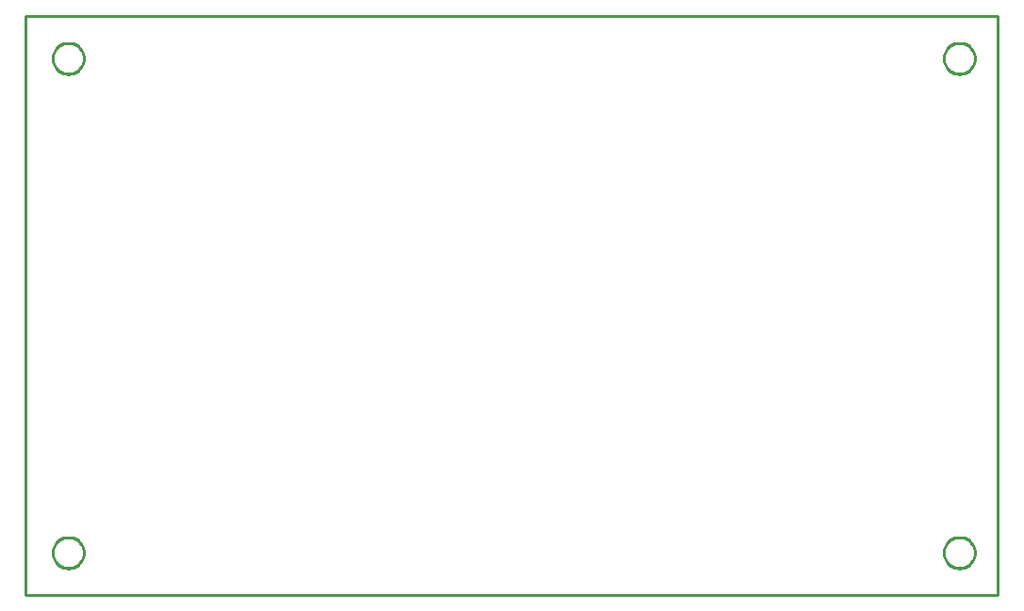
<source format=gbr>
G04 EAGLE Gerber RS-274X export*
G75*
%MOMM*%
%FSLAX34Y34*%
%LPD*%
%IN*%
%IPPOS*%
%AMOC8*
5,1,8,0,0,1.08239X$1,22.5*%
G01*
%ADD10C,0.254000*%


D10*
X139700Y279400D02*
X1012700Y279400D01*
X1012700Y800000D01*
X139700Y800000D01*
X139700Y279400D01*
X191800Y761500D02*
X191729Y760503D01*
X191586Y759513D01*
X191374Y758536D01*
X191092Y757576D01*
X190743Y756639D01*
X190327Y755729D01*
X189848Y754852D01*
X189307Y754010D01*
X188708Y753210D01*
X188053Y752454D01*
X187346Y751747D01*
X186590Y751092D01*
X185790Y750493D01*
X184948Y749952D01*
X184071Y749473D01*
X183161Y749057D01*
X182224Y748708D01*
X181265Y748426D01*
X180287Y748214D01*
X179298Y748071D01*
X178300Y748000D01*
X177300Y748000D01*
X176303Y748071D01*
X175313Y748214D01*
X174336Y748426D01*
X173376Y748708D01*
X172439Y749057D01*
X171529Y749473D01*
X170652Y749952D01*
X169810Y750493D01*
X169010Y751092D01*
X168254Y751747D01*
X167547Y752454D01*
X166892Y753210D01*
X166293Y754010D01*
X165752Y754852D01*
X165273Y755729D01*
X164857Y756639D01*
X164508Y757576D01*
X164226Y758536D01*
X164014Y759513D01*
X163871Y760503D01*
X163800Y761500D01*
X163800Y762500D01*
X163871Y763498D01*
X164014Y764487D01*
X164226Y765465D01*
X164508Y766424D01*
X164857Y767361D01*
X165273Y768271D01*
X165752Y769148D01*
X166293Y769990D01*
X166892Y770790D01*
X167547Y771546D01*
X168254Y772253D01*
X169010Y772908D01*
X169810Y773507D01*
X170652Y774048D01*
X171529Y774527D01*
X172439Y774943D01*
X173376Y775292D01*
X174336Y775574D01*
X175313Y775786D01*
X176303Y775929D01*
X177300Y776000D01*
X178300Y776000D01*
X179298Y775929D01*
X180287Y775786D01*
X181265Y775574D01*
X182224Y775292D01*
X183161Y774943D01*
X184071Y774527D01*
X184948Y774048D01*
X185790Y773507D01*
X186590Y772908D01*
X187346Y772253D01*
X188053Y771546D01*
X188708Y770790D01*
X189307Y769990D01*
X189848Y769148D01*
X190327Y768271D01*
X190743Y767361D01*
X191092Y766424D01*
X191374Y765465D01*
X191586Y764487D01*
X191729Y763498D01*
X191800Y762500D01*
X191800Y761500D01*
X191800Y317000D02*
X191729Y316003D01*
X191586Y315013D01*
X191374Y314036D01*
X191092Y313076D01*
X190743Y312139D01*
X190327Y311229D01*
X189848Y310352D01*
X189307Y309510D01*
X188708Y308710D01*
X188053Y307954D01*
X187346Y307247D01*
X186590Y306592D01*
X185790Y305993D01*
X184948Y305452D01*
X184071Y304973D01*
X183161Y304557D01*
X182224Y304208D01*
X181265Y303926D01*
X180287Y303714D01*
X179298Y303571D01*
X178300Y303500D01*
X177300Y303500D01*
X176303Y303571D01*
X175313Y303714D01*
X174336Y303926D01*
X173376Y304208D01*
X172439Y304557D01*
X171529Y304973D01*
X170652Y305452D01*
X169810Y305993D01*
X169010Y306592D01*
X168254Y307247D01*
X167547Y307954D01*
X166892Y308710D01*
X166293Y309510D01*
X165752Y310352D01*
X165273Y311229D01*
X164857Y312139D01*
X164508Y313076D01*
X164226Y314036D01*
X164014Y315013D01*
X163871Y316003D01*
X163800Y317000D01*
X163800Y318000D01*
X163871Y318998D01*
X164014Y319987D01*
X164226Y320965D01*
X164508Y321924D01*
X164857Y322861D01*
X165273Y323771D01*
X165752Y324648D01*
X166293Y325490D01*
X166892Y326290D01*
X167547Y327046D01*
X168254Y327753D01*
X169010Y328408D01*
X169810Y329007D01*
X170652Y329548D01*
X171529Y330027D01*
X172439Y330443D01*
X173376Y330792D01*
X174336Y331074D01*
X175313Y331286D01*
X176303Y331429D01*
X177300Y331500D01*
X178300Y331500D01*
X179298Y331429D01*
X180287Y331286D01*
X181265Y331074D01*
X182224Y330792D01*
X183161Y330443D01*
X184071Y330027D01*
X184948Y329548D01*
X185790Y329007D01*
X186590Y328408D01*
X187346Y327753D01*
X188053Y327046D01*
X188708Y326290D01*
X189307Y325490D01*
X189848Y324648D01*
X190327Y323771D01*
X190743Y322861D01*
X191092Y321924D01*
X191374Y320965D01*
X191586Y319987D01*
X191729Y318998D01*
X191800Y318000D01*
X191800Y317000D01*
X991900Y761500D02*
X991829Y760503D01*
X991686Y759513D01*
X991474Y758536D01*
X991192Y757576D01*
X990843Y756639D01*
X990427Y755729D01*
X989948Y754852D01*
X989407Y754010D01*
X988808Y753210D01*
X988153Y752454D01*
X987446Y751747D01*
X986690Y751092D01*
X985890Y750493D01*
X985048Y749952D01*
X984171Y749473D01*
X983261Y749057D01*
X982324Y748708D01*
X981365Y748426D01*
X980387Y748214D01*
X979398Y748071D01*
X978400Y748000D01*
X977400Y748000D01*
X976403Y748071D01*
X975413Y748214D01*
X974436Y748426D01*
X973476Y748708D01*
X972539Y749057D01*
X971629Y749473D01*
X970752Y749952D01*
X969910Y750493D01*
X969110Y751092D01*
X968354Y751747D01*
X967647Y752454D01*
X966992Y753210D01*
X966393Y754010D01*
X965852Y754852D01*
X965373Y755729D01*
X964957Y756639D01*
X964608Y757576D01*
X964326Y758536D01*
X964114Y759513D01*
X963971Y760503D01*
X963900Y761500D01*
X963900Y762500D01*
X963971Y763498D01*
X964114Y764487D01*
X964326Y765465D01*
X964608Y766424D01*
X964957Y767361D01*
X965373Y768271D01*
X965852Y769148D01*
X966393Y769990D01*
X966992Y770790D01*
X967647Y771546D01*
X968354Y772253D01*
X969110Y772908D01*
X969910Y773507D01*
X970752Y774048D01*
X971629Y774527D01*
X972539Y774943D01*
X973476Y775292D01*
X974436Y775574D01*
X975413Y775786D01*
X976403Y775929D01*
X977400Y776000D01*
X978400Y776000D01*
X979398Y775929D01*
X980387Y775786D01*
X981365Y775574D01*
X982324Y775292D01*
X983261Y774943D01*
X984171Y774527D01*
X985048Y774048D01*
X985890Y773507D01*
X986690Y772908D01*
X987446Y772253D01*
X988153Y771546D01*
X988808Y770790D01*
X989407Y769990D01*
X989948Y769148D01*
X990427Y768271D01*
X990843Y767361D01*
X991192Y766424D01*
X991474Y765465D01*
X991686Y764487D01*
X991829Y763498D01*
X991900Y762500D01*
X991900Y761500D01*
X991900Y317000D02*
X991829Y316003D01*
X991686Y315013D01*
X991474Y314036D01*
X991192Y313076D01*
X990843Y312139D01*
X990427Y311229D01*
X989948Y310352D01*
X989407Y309510D01*
X988808Y308710D01*
X988153Y307954D01*
X987446Y307247D01*
X986690Y306592D01*
X985890Y305993D01*
X985048Y305452D01*
X984171Y304973D01*
X983261Y304557D01*
X982324Y304208D01*
X981365Y303926D01*
X980387Y303714D01*
X979398Y303571D01*
X978400Y303500D01*
X977400Y303500D01*
X976403Y303571D01*
X975413Y303714D01*
X974436Y303926D01*
X973476Y304208D01*
X972539Y304557D01*
X971629Y304973D01*
X970752Y305452D01*
X969910Y305993D01*
X969110Y306592D01*
X968354Y307247D01*
X967647Y307954D01*
X966992Y308710D01*
X966393Y309510D01*
X965852Y310352D01*
X965373Y311229D01*
X964957Y312139D01*
X964608Y313076D01*
X964326Y314036D01*
X964114Y315013D01*
X963971Y316003D01*
X963900Y317000D01*
X963900Y318000D01*
X963971Y318998D01*
X964114Y319987D01*
X964326Y320965D01*
X964608Y321924D01*
X964957Y322861D01*
X965373Y323771D01*
X965852Y324648D01*
X966393Y325490D01*
X966992Y326290D01*
X967647Y327046D01*
X968354Y327753D01*
X969110Y328408D01*
X969910Y329007D01*
X970752Y329548D01*
X971629Y330027D01*
X972539Y330443D01*
X973476Y330792D01*
X974436Y331074D01*
X975413Y331286D01*
X976403Y331429D01*
X977400Y331500D01*
X978400Y331500D01*
X979398Y331429D01*
X980387Y331286D01*
X981365Y331074D01*
X982324Y330792D01*
X983261Y330443D01*
X984171Y330027D01*
X985048Y329548D01*
X985890Y329007D01*
X986690Y328408D01*
X987446Y327753D01*
X988153Y327046D01*
X988808Y326290D01*
X989407Y325490D01*
X989948Y324648D01*
X990427Y323771D01*
X990843Y322861D01*
X991192Y321924D01*
X991474Y320965D01*
X991686Y319987D01*
X991829Y318998D01*
X991900Y318000D01*
X991900Y317000D01*
M02*

</source>
